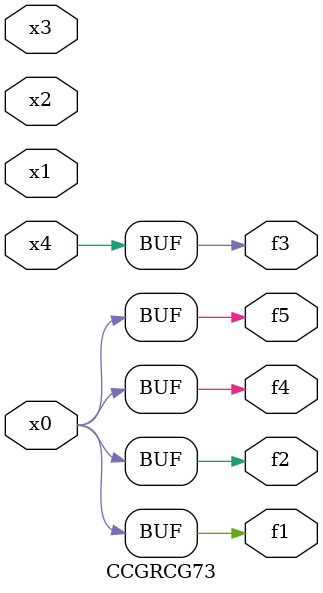
<source format=v>
module CCGRCG73(
	input x0, x1, x2, x3, x4,
	output f1, f2, f3, f4, f5
);
	assign f1 = x0;
	assign f2 = x0;
	assign f3 = x4;
	assign f4 = x0;
	assign f5 = x0;
endmodule

</source>
